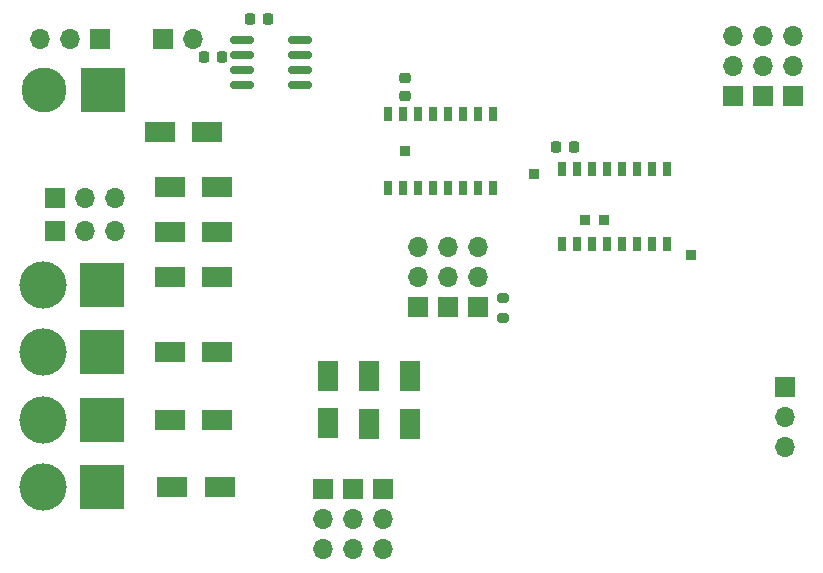
<source format=gbr>
%TF.GenerationSoftware,KiCad,Pcbnew,(6.0.9)*%
%TF.CreationDate,2023-02-03T20:00:34+01:00*%
%TF.ProjectId,jf-ecu32,6a662d65-6375-4333-922e-6b696361645f,rev?*%
%TF.SameCoordinates,Original*%
%TF.FileFunction,Soldermask,Bot*%
%TF.FilePolarity,Negative*%
%FSLAX46Y46*%
G04 Gerber Fmt 4.6, Leading zero omitted, Abs format (unit mm)*
G04 Created by KiCad (PCBNEW (6.0.9)) date 2023-02-03 20:00:34*
%MOMM*%
%LPD*%
G01*
G04 APERTURE LIST*
G04 Aperture macros list*
%AMRoundRect*
0 Rectangle with rounded corners*
0 $1 Rounding radius*
0 $2 $3 $4 $5 $6 $7 $8 $9 X,Y pos of 4 corners*
0 Add a 4 corners polygon primitive as box body*
4,1,4,$2,$3,$4,$5,$6,$7,$8,$9,$2,$3,0*
0 Add four circle primitives for the rounded corners*
1,1,$1+$1,$2,$3*
1,1,$1+$1,$4,$5*
1,1,$1+$1,$6,$7*
1,1,$1+$1,$8,$9*
0 Add four rect primitives between the rounded corners*
20,1,$1+$1,$2,$3,$4,$5,0*
20,1,$1+$1,$4,$5,$6,$7,0*
20,1,$1+$1,$6,$7,$8,$9,0*
20,1,$1+$1,$8,$9,$2,$3,0*%
G04 Aperture macros list end*
%ADD10R,0.850000X0.850000*%
%ADD11R,1.700000X1.700000*%
%ADD12O,1.700000X1.700000*%
%ADD13R,3.800000X3.800000*%
%ADD14C,4.000000*%
%ADD15C,3.800000*%
%ADD16R,1.800000X2.500000*%
%ADD17R,2.500000X1.800000*%
%ADD18RoundRect,0.150000X-0.825000X-0.150000X0.825000X-0.150000X0.825000X0.150000X-0.825000X0.150000X0*%
%ADD19RoundRect,0.225000X-0.225000X-0.250000X0.225000X-0.250000X0.225000X0.250000X-0.225000X0.250000X0*%
%ADD20RoundRect,0.225000X0.250000X-0.225000X0.250000X0.225000X-0.250000X0.225000X-0.250000X-0.225000X0*%
%ADD21RoundRect,0.225000X0.225000X0.250000X-0.225000X0.250000X-0.225000X-0.250000X0.225000X-0.250000X0*%
%ADD22RoundRect,0.200000X0.275000X-0.200000X0.275000X0.200000X-0.275000X0.200000X-0.275000X-0.200000X0*%
%ADD23R,0.800000X1.300000*%
G04 APERTURE END LIST*
D10*
%TO.C,GND*%
X65278000Y-168529000D03*
%TD*%
%TO.C,TCK*%
X72644000Y-171450000D03*
%TD*%
D11*
%TO.C,J16*%
X54610000Y-175880000D03*
D12*
X54610000Y-173340000D03*
X54610000Y-170800000D03*
%TD*%
D10*
%TO.C,TDI*%
X48387000Y-162687000D03*
%TD*%
D11*
%TO.C,J19*%
X80568800Y-182651400D03*
D12*
X80568800Y-185191400D03*
X80568800Y-187731400D03*
%TD*%
D11*
%TO.C,J18*%
X46583600Y-191287400D03*
D12*
X46583600Y-193827400D03*
X46583600Y-196367400D03*
%TD*%
D11*
%TO.C,J7*%
X18811000Y-166624000D03*
D12*
X21351000Y-166624000D03*
X23891000Y-166624000D03*
%TD*%
D11*
%TO.C,J4*%
X41503600Y-191317400D03*
D12*
X41503600Y-193857400D03*
X41503600Y-196397400D03*
%TD*%
D11*
%TO.C,J15*%
X44043600Y-191317400D03*
D12*
X44043600Y-193857400D03*
X44043600Y-196397400D03*
%TD*%
D11*
%TO.C,J10*%
X27940000Y-153162000D03*
D12*
X30480000Y-153162000D03*
%TD*%
D10*
%TO.C,TMS*%
X59309000Y-164592000D03*
%TD*%
D13*
%TO.C,J9*%
X22780000Y-179705000D03*
D14*
X17780000Y-179705000D03*
%TD*%
D11*
%TO.C,J6*%
X18811000Y-169418000D03*
D12*
X21351000Y-169418000D03*
X23891000Y-169418000D03*
%TD*%
D11*
%TO.C,J3*%
X49530000Y-175895000D03*
D12*
X49530000Y-173355000D03*
X49530000Y-170815000D03*
%TD*%
D13*
%TO.C,J8*%
X22860000Y-157480000D03*
D15*
X17860000Y-157480000D03*
%TD*%
D11*
%TO.C,J1*%
X76200000Y-158003000D03*
D12*
X76200000Y-155463000D03*
X76200000Y-152923000D03*
%TD*%
D13*
%TO.C,J17*%
X22780000Y-191135000D03*
D14*
X17780000Y-191135000D03*
%TD*%
D13*
%TO.C,J5*%
X22780000Y-173990000D03*
D14*
X17780000Y-173990000D03*
%TD*%
D11*
%TO.C,J12*%
X81280000Y-157988000D03*
D12*
X81280000Y-155448000D03*
X81280000Y-152908000D03*
%TD*%
D11*
%TO.C,J13*%
X52070000Y-175895000D03*
D12*
X52070000Y-173355000D03*
X52070000Y-170815000D03*
%TD*%
D11*
%TO.C,J2*%
X78740000Y-158003000D03*
D12*
X78740000Y-155463000D03*
X78740000Y-152923000D03*
%TD*%
D11*
%TO.C,J11*%
X22606000Y-153162000D03*
D12*
X20066000Y-153162000D03*
X17526000Y-153162000D03*
%TD*%
D10*
%TO.C,TDO*%
X63627000Y-168529000D03*
%TD*%
D13*
%TO.C,J14*%
X22780000Y-185420000D03*
D14*
X17780000Y-185420000D03*
%TD*%
D16*
%TO.C,D14*%
X45339000Y-185750200D03*
X45339000Y-181750200D03*
%TD*%
D17*
%TO.C,D9*%
X32480000Y-169545000D03*
X28480000Y-169545000D03*
%TD*%
D16*
%TO.C,D16*%
X48793400Y-185750200D03*
X48793400Y-181750200D03*
%TD*%
D18*
%TO.C,U3*%
X34609000Y-157099000D03*
X34609000Y-155829000D03*
X34609000Y-154559000D03*
X34609000Y-153289000D03*
X39559000Y-153289000D03*
X39559000Y-154559000D03*
X39559000Y-155829000D03*
X39559000Y-157099000D03*
%TD*%
D17*
%TO.C,D10*%
X32520000Y-173355000D03*
X28520000Y-173355000D03*
%TD*%
D19*
%TO.C,C5*%
X61188000Y-162306000D03*
X62738000Y-162306000D03*
%TD*%
D17*
%TO.C,D6*%
X27686000Y-161036000D03*
X31686000Y-161036000D03*
%TD*%
D20*
%TO.C,C6*%
X48387000Y-158014000D03*
X48387000Y-156464000D03*
%TD*%
D21*
%TO.C,C10*%
X32906000Y-154686000D03*
X31356000Y-154686000D03*
%TD*%
D17*
%TO.C,D15*%
X32705000Y-191135000D03*
X28705000Y-191135000D03*
%TD*%
%TO.C,D13*%
X32520000Y-185420000D03*
X28520000Y-185420000D03*
%TD*%
D22*
%TO.C,R14*%
X56743600Y-176808400D03*
X56743600Y-175158400D03*
%TD*%
D23*
%TO.C,U2*%
X61666200Y-164210600D03*
X62946200Y-164210600D03*
X64206200Y-164210600D03*
X65476200Y-164210600D03*
X66756200Y-164210600D03*
X68026200Y-164210600D03*
X69286200Y-164210600D03*
X70566200Y-164210600D03*
X70566200Y-170510600D03*
X69286200Y-170510600D03*
X68026200Y-170510600D03*
X66756200Y-170510600D03*
X65476200Y-170510600D03*
X64206200Y-170510600D03*
X62946200Y-170510600D03*
X61666200Y-170510600D03*
%TD*%
D17*
%TO.C,D7*%
X32480000Y-165735000D03*
X28480000Y-165735000D03*
%TD*%
D23*
%TO.C,U5*%
X46959600Y-159537000D03*
X48239600Y-159537000D03*
X49499600Y-159537000D03*
X50769600Y-159537000D03*
X52049600Y-159537000D03*
X53319600Y-159537000D03*
X54579600Y-159537000D03*
X55859600Y-159537000D03*
X55859600Y-165837000D03*
X54579600Y-165837000D03*
X53319600Y-165837000D03*
X52049600Y-165837000D03*
X50769600Y-165837000D03*
X49499600Y-165837000D03*
X48239600Y-165837000D03*
X46959600Y-165837000D03*
%TD*%
D19*
%TO.C,C11*%
X35293000Y-151511000D03*
X36843000Y-151511000D03*
%TD*%
D16*
%TO.C,D4*%
X41910000Y-185740000D03*
X41910000Y-181740000D03*
%TD*%
D17*
%TO.C,D3*%
X32520000Y-179705000D03*
X28520000Y-179705000D03*
%TD*%
M02*

</source>
